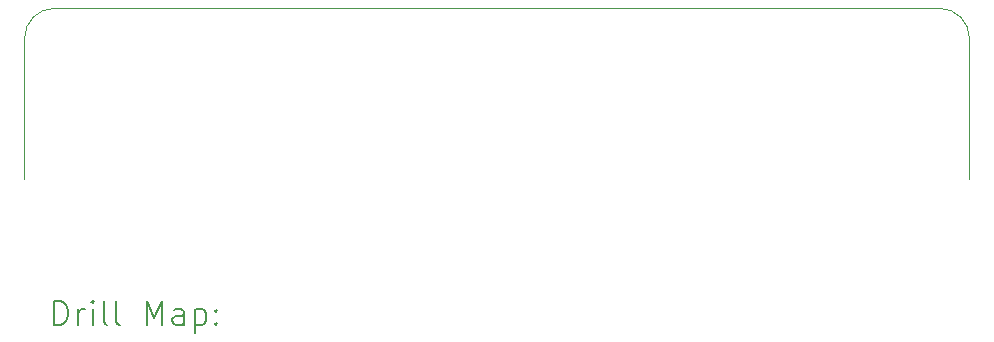
<source format=gbr>
%TF.GenerationSoftware,KiCad,Pcbnew,7.0.3*%
%TF.CreationDate,2023-05-28T21:57:23+08:00*%
%TF.ProjectId,CartdrigeProto,43617274-6472-4696-9765-50726f746f2e,rev?*%
%TF.SameCoordinates,Original*%
%TF.FileFunction,Drillmap*%
%TF.FilePolarity,Positive*%
%FSLAX45Y45*%
G04 Gerber Fmt 4.5, Leading zero omitted, Abs format (unit mm)*
G04 Created by KiCad (PCBNEW 7.0.3) date 2023-05-28 21:57:23*
%MOMM*%
%LPD*%
G01*
G04 APERTURE LIST*
%ADD10C,0.100000*%
%ADD11C,0.200000*%
G04 APERTURE END LIST*
D10*
X15163800Y-8661400D02*
X15165605Y-7467600D01*
X7418605Y-7213605D02*
G75*
G03*
X7164605Y-7467600I-5J-253995D01*
G01*
X14911605Y-7213600D02*
X7418605Y-7213600D01*
X15165610Y-7467600D02*
G75*
G03*
X14911605Y-7213600I-253990J10D01*
G01*
X7164605Y-7467600D02*
X7162800Y-8661400D01*
D11*
X7417577Y-9893284D02*
X7417577Y-9693284D01*
X7417577Y-9693284D02*
X7465196Y-9693284D01*
X7465196Y-9693284D02*
X7493767Y-9702808D01*
X7493767Y-9702808D02*
X7512815Y-9721855D01*
X7512815Y-9721855D02*
X7522339Y-9740903D01*
X7522339Y-9740903D02*
X7531862Y-9778998D01*
X7531862Y-9778998D02*
X7531862Y-9807570D01*
X7531862Y-9807570D02*
X7522339Y-9845665D01*
X7522339Y-9845665D02*
X7512815Y-9864712D01*
X7512815Y-9864712D02*
X7493767Y-9883760D01*
X7493767Y-9883760D02*
X7465196Y-9893284D01*
X7465196Y-9893284D02*
X7417577Y-9893284D01*
X7617577Y-9893284D02*
X7617577Y-9759950D01*
X7617577Y-9798046D02*
X7627101Y-9778998D01*
X7627101Y-9778998D02*
X7636624Y-9769474D01*
X7636624Y-9769474D02*
X7655672Y-9759950D01*
X7655672Y-9759950D02*
X7674720Y-9759950D01*
X7741386Y-9893284D02*
X7741386Y-9759950D01*
X7741386Y-9693284D02*
X7731862Y-9702808D01*
X7731862Y-9702808D02*
X7741386Y-9712331D01*
X7741386Y-9712331D02*
X7750910Y-9702808D01*
X7750910Y-9702808D02*
X7741386Y-9693284D01*
X7741386Y-9693284D02*
X7741386Y-9712331D01*
X7865196Y-9893284D02*
X7846148Y-9883760D01*
X7846148Y-9883760D02*
X7836624Y-9864712D01*
X7836624Y-9864712D02*
X7836624Y-9693284D01*
X7969958Y-9893284D02*
X7950910Y-9883760D01*
X7950910Y-9883760D02*
X7941386Y-9864712D01*
X7941386Y-9864712D02*
X7941386Y-9693284D01*
X8198529Y-9893284D02*
X8198529Y-9693284D01*
X8198529Y-9693284D02*
X8265196Y-9836141D01*
X8265196Y-9836141D02*
X8331862Y-9693284D01*
X8331862Y-9693284D02*
X8331862Y-9893284D01*
X8512815Y-9893284D02*
X8512815Y-9788522D01*
X8512815Y-9788522D02*
X8503291Y-9769474D01*
X8503291Y-9769474D02*
X8484244Y-9759950D01*
X8484244Y-9759950D02*
X8446148Y-9759950D01*
X8446148Y-9759950D02*
X8427101Y-9769474D01*
X8512815Y-9883760D02*
X8493767Y-9893284D01*
X8493767Y-9893284D02*
X8446148Y-9893284D01*
X8446148Y-9893284D02*
X8427101Y-9883760D01*
X8427101Y-9883760D02*
X8417577Y-9864712D01*
X8417577Y-9864712D02*
X8417577Y-9845665D01*
X8417577Y-9845665D02*
X8427101Y-9826617D01*
X8427101Y-9826617D02*
X8446148Y-9817093D01*
X8446148Y-9817093D02*
X8493767Y-9817093D01*
X8493767Y-9817093D02*
X8512815Y-9807570D01*
X8608053Y-9759950D02*
X8608053Y-9959950D01*
X8608053Y-9769474D02*
X8627101Y-9759950D01*
X8627101Y-9759950D02*
X8665196Y-9759950D01*
X8665196Y-9759950D02*
X8684244Y-9769474D01*
X8684244Y-9769474D02*
X8693767Y-9778998D01*
X8693767Y-9778998D02*
X8703291Y-9798046D01*
X8703291Y-9798046D02*
X8703291Y-9855189D01*
X8703291Y-9855189D02*
X8693767Y-9874236D01*
X8693767Y-9874236D02*
X8684244Y-9883760D01*
X8684244Y-9883760D02*
X8665196Y-9893284D01*
X8665196Y-9893284D02*
X8627101Y-9893284D01*
X8627101Y-9893284D02*
X8608053Y-9883760D01*
X8789005Y-9874236D02*
X8798529Y-9883760D01*
X8798529Y-9883760D02*
X8789005Y-9893284D01*
X8789005Y-9893284D02*
X8779482Y-9883760D01*
X8779482Y-9883760D02*
X8789005Y-9874236D01*
X8789005Y-9874236D02*
X8789005Y-9893284D01*
X8789005Y-9769474D02*
X8798529Y-9778998D01*
X8798529Y-9778998D02*
X8789005Y-9788522D01*
X8789005Y-9788522D02*
X8779482Y-9778998D01*
X8779482Y-9778998D02*
X8789005Y-9769474D01*
X8789005Y-9769474D02*
X8789005Y-9788522D01*
M02*

</source>
